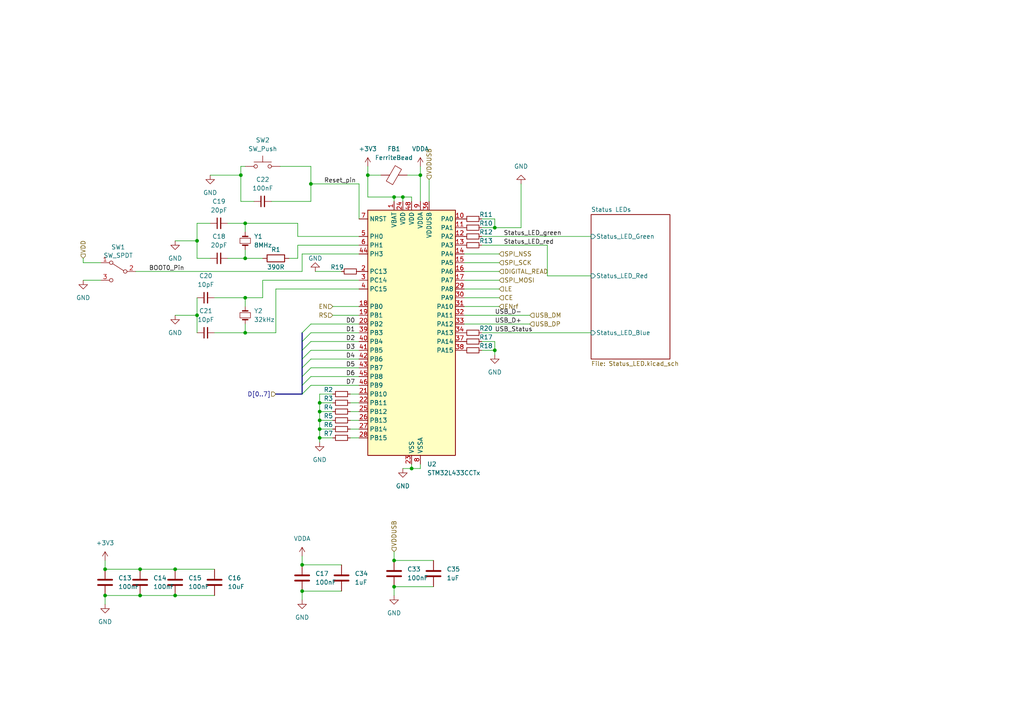
<source format=kicad_sch>
(kicad_sch (version 20230121) (generator eeschema)
  (paper "A4")
  (lib_symbols
    (symbol "Device:C" (pin_numbers hide) (pin_names (offset 0.254))
      (property "Reference" "C" (at 0.635 2.54 0))
      (property "Value" "C" (at 0.635 -2.54 0))
      (symbol "C_0_1"
        (polyline (pts (xy -2.032 -0.762) (xy 2.032 -0.762)) (stroke (width 0.508)))
        (polyline (pts (xy -2.032 0.762) (xy 2.032 0.762)) (stroke (width 0.508)))
      )
      (symbol "C_1_1"
        (pin passive line (at 0 3.81 270) (length 2.794) (name "~") (number "1"))
        (pin passive line (at 0 -3.81 90) (length 2.794) (name "~") (number "2"))
      )
    )
    (symbol "Device:C_Small" (pin_numbers hide) (pin_names (offset 0.254) hide)
      (property "Reference" "C" (at 0.254 1.778 0))
      (property "Value" "C_Small" (at 0.254 -2.032 0))
      (symbol "C_Small_0_1"
        (polyline (pts (xy -1.524 -0.508) (xy 1.524 -0.508)) (stroke (width 0.3302)))
        (polyline (pts (xy -1.524 0.508) (xy 1.524 0.508)) (stroke (width 0.3048)))
      )
      (symbol "C_Small_1_1"
        (pin passive line (at 0 2.54 270) (length 2.032) (name "~") (number "1"))
        (pin passive line (at 0 -2.54 90) (length 2.032) (name "~") (number "2"))
      )
    )
    (symbol "Device:Crystal_Small" (pin_numbers hide) (pin_names (offset 1.016) hide)
      (property "Reference" "Y" (at 0 2.54 0))
      (property "Value" "Crystal_Small" (at 0 -2.54 0))
      (symbol "Crystal_Small_0_1"
        (rectangle (start -0.762 -1.524) (end 0.762 1.524))
        (polyline (pts (xy -1.27 -0.762) (xy -1.27 0.762)) (stroke (width 0.381)))
        (polyline (pts (xy 1.27 -0.762) (xy 1.27 0.762)) (stroke (width 0.381)))
      )
      (symbol "Crystal_Small_1_1"
        (pin passive line (at -2.54 0 0) (length 1.27) (name "1") (number "1"))
        (pin passive line (at 2.54 0 180) (length 1.27) (name "2") (number "2"))
      )
    )
    (symbol "Device:FerriteBead" (pin_numbers hide) (pin_names (offset 0))
      (property "Reference" "FB" (at -3.81 0.635 90))
      (property "Value" "FerriteBead" (at 3.81 0 90))
      (symbol "FerriteBead_0_1"
        (polyline (pts (xy 0 -1.27) (xy 0 -1.2192)))
        (polyline (pts (xy 0 1.27) (xy 0 1.2954)))
        (polyline (pts (xy -2.7686 0.4064) (xy -1.7018 2.2606) (xy 2.7686 -0.3048) (xy 1.6764 -2.159) (xy -2.7686 0.4064)))
      )
      (symbol "FerriteBead_1_1"
        (pin passive line (at 0 3.81 270) (length 2.54) (name "~") (number "1"))
        (pin passive line (at 0 -3.81 90) (length 2.54) (name "~") (number "2"))
      )
    )
    (symbol "Device:R" (pin_numbers hide) (pin_names (offset 0))
      (property "Reference" "R" (at 2.032 0 90))
      (property "Value" "R" (at 0 0 90))
      (symbol "R_0_1"
        (rectangle (start -1.016 -2.54) (end 1.016 2.54) (stroke (width 0.254)))
      )
      (symbol "R_1_1"
        (pin passive line (at 0 3.81 270) (length 1.27) (name "~") (number "1"))
        (pin passive line (at 0 -3.81 90) (length 1.27) (name "~") (number "2"))
      )
    )
    (symbol "Device:R_Small" (pin_numbers hide) (pin_names (offset 0.254) hide)
      (property "Reference" "R" (at 0.762 0.508 0))
      (property "Value" "R_Small" (at 0.762 -1.016 0))
      (symbol "R_Small_0_1"
        (rectangle (start -0.762 1.778) (end 0.762 -1.778) (stroke (width 0.2032)))
      )
      (symbol "R_Small_1_1"
        (pin passive line (at 0 2.54 270) (length 0.762) (name "~") (number "1"))
        (pin passive line (at 0 -2.54 90) (length 0.762) (name "~") (number "2"))
      )
    )
    (symbol "MCU_ST_STM32L4:STM32L433CCTx"
      (property "Reference" "U" (at -12.7 36.83 0))
      (property "Value" "STM32L433CCTx" (at 7.62 36.83 0))
      (symbol "STM32L433CCTx_0_1"
        (rectangle (start -12.7 -35.56) (end 12.7 35.56) (stroke (width 0.254)) (fill (type background)))
      )
      (symbol "STM32L433CCTx_1_1"
        (pin power_in line (at -5.08 38.1 270) (length 2.54) (name "VBAT") (number "1"))
        (pin bidirectional line (at 15.24 33.02 180) (length 2.54) (name "PA0") (number "10"))
        (pin bidirectional line (at 15.24 30.48 180) (length 2.54) (name "PA1") (number "11"))
        (pin bidirectional line (at 15.24 27.94 180) (length 2.54) (name "PA2") (number "12"))
        (pin bidirectional line (at 15.24 25.4 180) (length 2.54) (name "PA3") (number "13"))
        (pin bidirectional line (at 15.24 22.86 180) (length 2.54) (name "PA4") (number "14"))
        (pin bidirectional line (at 15.24 20.32 180) (length 2.54) (name "PA5") (number "15"))
        (pin bidirectional line (at 15.24 17.78 180) (length 2.54) (name "PA6") (number "16"))
        (pin bidirectional line (at 15.24 15.24 180) (length 2.54) (name "PA7") (number "17"))
        (pin bidirectional line (at -15.24 7.62 0) (length 2.54) (name "PB0") (number "18"))
        (pin bidirectional line (at -15.24 5.08 0) (length 2.54) (name "PB1") (number "19"))
        (pin bidirectional line (at -15.24 17.78 0) (length 2.54) (name "PC13") (number "2"))
        (pin bidirectional line (at -15.24 2.54 0) (length 2.54) (name "PB2") (number "20"))
        (pin bidirectional line (at -15.24 -17.78 0) (length 2.54) (name "PB10") (number "21"))
        (pin bidirectional line (at -15.24 -20.32 0) (length 2.54) (name "PB11") (number "22"))
        (pin power_in line (at 0 -38.1 90) (length 2.54) (name "VSS") (number "23"))
        (pin power_in line (at -2.54 38.1 270) (length 2.54) (name "VDD") (number "24"))
        (pin bidirectional line (at -15.24 -22.86 0) (length 2.54) (name "PB12") (number "25"))
        (pin bidirectional line (at -15.24 -25.4 0) (length 2.54) (name "PB13") (number "26"))
        (pin bidirectional line (at -15.24 -27.94 0) (length 2.54) (name "PB14") (number "27"))
        (pin bidirectional line (at -15.24 -30.48 0) (length 2.54) (name "PB15") (number "28"))
        (pin bidirectional line (at 15.24 12.7 180) (length 2.54) (name "PA8") (number "29"))
        (pin bidirectional line (at -15.24 15.24 0) (length 2.54) (name "PC14") (number "3"))
        (pin bidirectional line (at 15.24 10.16 180) (length 2.54) (name "PA9") (number "30"))
        (pin bidirectional line (at 15.24 7.62 180) (length 2.54) (name "PA10") (number "31"))
        (pin bidirectional line (at 15.24 5.08 180) (length 2.54) (name "PA11") (number "32"))
        (pin bidirectional line (at 15.24 2.54 180) (length 2.54) (name "PA12") (number "33"))
        (pin bidirectional line (at 15.24 0 180) (length 2.54) (name "PA13") (number "34"))
        (pin passive line (at 0 -38.1 90) (length 2.54) hide (name "VSS") (number "35"))
        (pin power_in line (at 5.08 38.1 270) (length 2.54) (name "VDDUSB") (number "36"))
        (pin bidirectional line (at 15.24 -2.54 180) (length 2.54) (name "PA14") (number "37"))
        (pin bidirectional line (at 15.24 -5.08 180) (length 2.54) (name "PA15") (number "38"))
        (pin bidirectional line (at -15.24 0 0) (length 2.54) (name "PB3") (number "39"))
        (pin bidirectional line (at -15.24 12.7 0) (length 2.54) (name "PC15") (number "4"))
        (pin bidirectional line (at -15.24 -2.54 0) (length 2.54) (name "PB4") (number "40"))
        (pin bidirectional line (at -15.24 -5.08 0) (length 2.54) (name "PB5") (number "41"))
        (pin bidirectional line (at -15.24 -7.62 0) (length 2.54) (name "PB6") (number "42"))
        (pin bidirectional line (at -15.24 -10.16 0) (length 2.54) (name "PB7") (number "43"))
        (pin bidirectional line (at -15.24 22.86 0) (length 2.54) (name "PH3") (number "44"))
        (pin bidirectional line (at -15.24 -12.7 0) (length 2.54) (name "PB8") (number "45"))
        (pin bidirectional line (at -15.24 -15.24 0) (length 2.54) (name "PB9") (number "46"))
        (pin passive line (at 0 -38.1 90) (length 2.54) hide (name "VSS") (number "47"))
        (pin power_in line (at 0 38.1 270) (length 2.54) (name "VDD") (number "48"))
        (pin bidirectional line (at -15.24 27.94 0) (length 2.54) (name "PH0") (number "5"))
        (pin bidirectional line (at -15.24 25.4 0) (length 2.54) (name "PH1") (number "6"))
        (pin input line (at -15.24 33.02 0) (length 2.54) (name "NRST") (number "7"))
        (pin power_in line (at 2.54 -38.1 90) (length 2.54) (name "VSSA") (number "8"))
        (pin power_in line (at 2.54 38.1 270) (length 2.54) (name "VDDA") (number "9"))
      )
    )
    (symbol "Switch:SW_Push" (pin_numbers hide) (pin_names (offset 1.016) hide)
      (property "Reference" "SW" (at 1.27 2.54 0))
      (property "Value" "SW_Push" (at 0 -1.524 0))
      (symbol "SW_Push_0_1"
        (circle (center -2.032 0) (radius 0.508))
        (polyline (pts (xy 0 1.27) (xy 0 3.048)))
        (polyline (pts (xy 2.54 1.27) (xy -2.54 1.27)))
        (circle (center 2.032 0) (radius 0.508))
        (pin passive line (at -5.08 0 0) (length 2.54) (name "1") (number "1"))
        (pin passive line (at 5.08 0 180) (length 2.54) (name "2") (number "2"))
      )
    )
    (symbol "Switch:SW_SPDT" (pin_names (offset 0) hide)
      (property "Reference" "SW" (at 0 4.318 0))
      (property "Value" "SW_SPDT" (at 0 -5.08 0))
      (symbol "SW_SPDT_0_0"
        (circle (center -2.032 0) (radius 0.508))
        (circle (center 2.032 -2.54) (radius 0.508))
      )
      (symbol "SW_SPDT_0_1"
        (polyline (pts (xy -1.524 0.254) (xy 1.651 2.286)))
        (circle (center 2.032 2.54) (radius 0.508))
      )
      (symbol "SW_SPDT_1_1"
        (pin passive line (at 5.08 2.54 180) (length 2.54) (name "A") (number "1"))
        (pin passive line (at -5.08 0 0) (length 2.54) (name "B") (number "2"))
        (pin passive line (at 5.08 -2.54 180) (length 2.54) (name "C") (number "3"))
      )
    )
    (symbol "power:+3V3" (power) (pin_names (offset 0))
      (property "Value" "+3V3" (at 0 3.556 0))
      (symbol "+3V3_0_1"
        (polyline (pts (xy -0.762 1.27) (xy 0 2.54)))
        (polyline (pts (xy 0 0) (xy 0 2.54)))
        (polyline (pts (xy 0 2.54) (xy 0.762 1.27)))
      )
      (symbol "+3V3_1_1"
        (pin power_in line (at 0 0 90) (length 0) hide (name "+3V3") (number "1"))
      )
    )
    (symbol "power:GND" (power) (pin_names (offset 0))
      (property "Value" "GND" (at 0 -3.81 0))
      (symbol "GND_0_1"
        (polyline (pts (xy 0 0) (xy 0 -1.27) (xy 1.27 -1.27) (xy 0 -2.54) (xy -1.27 -1.27) (xy 0 -1.27)))
      )
      (symbol "GND_1_1"
        (pin power_in line (at 0 0 270) (length 0) hide (name "GND") (number "1"))
      )
    )
    (symbol "power:VDDA" (power) (pin_names (offset 0))
      (property "Value" "VDDA" (at 0 3.81 0))
      (symbol "VDDA_0_1"
        (polyline (pts (xy -0.762 1.27) (xy 0 2.54)))
        (polyline (pts (xy 0 0) (xy 0 2.54)))
        (polyline (pts (xy 0 2.54) (xy 0.762 1.27)))
      )
      (symbol "VDDA_1_1"
        (pin power_in line (at 0 0 90) (length 0) hide (name "VDDA") (number "1"))
      )
    )
  )
  (junction (at 114.3 57.15))
  (junction (at 40.64 165.1))
  (junction (at 92.71 121.92))
  (junction (at 121.92 50.8))
  (junction (at 71.12 74.93))
  (junction (at 90.17 53.34))
  (junction (at 57.15 91.44))
  (junction (at 92.71 116.84))
  (junction (at 71.12 86.36))
  (junction (at 50.8 165.1))
  (junction (at 69.85 50.8))
  (junction (at 116.84 57.15))
  (junction (at 87.63 171.45))
  (junction (at 143.51 66.04))
  (junction (at 114.3 170.18))
  (junction (at 114.3 162.56))
  (junction (at 30.48 165.1))
  (junction (at 40.64 172.72))
  (junction (at 57.15 69.85))
  (junction (at 87.63 163.83))
  (junction (at 143.51 101.6))
  (junction (at 92.71 119.38))
  (junction (at 92.71 124.46))
  (junction (at 92.71 127))
  (junction (at 71.12 64.77))
  (junction (at 71.12 96.52))
  (junction (at 119.38 135.89))
  (junction (at 106.68 50.8))
  (junction (at 50.8 172.72))
  (junction (at 30.48 172.72))
  (bus_entry (at 87.63 114.3) (size 2.54 -2.54))
  (bus_entry (at 87.63 101.6) (size 2.54 -2.54))
  (bus_entry (at 87.63 106.68) (size 2.54 -2.54))
  (bus_entry (at 87.63 96.52) (size 2.54 -2.54))
  (bus_entry (at 87.63 109.22) (size 2.54 -2.54))
  (bus_entry (at 87.63 104.14) (size 2.54 -2.54))
  (bus_entry (at 87.63 99.06) (size 2.54 -2.54))
  (bus_entry (at 87.63 111.76) (size 2.54 -2.54))
  (wire (pts (xy 143.51 66.04) (xy 151.13 66.04)))
  (wire (pts (xy 151.13 66.04) (xy 151.13 53.34)))
  (wire (pts (xy 50.8 91.44) (xy 57.15 91.44)))
  (wire (pts (xy 119.38 57.15) (xy 119.38 58.42)))
  (wire (pts (xy 134.62 91.44) (xy 153.67 91.44)))
  (wire (pts (xy 121.92 50.8) (xy 121.92 58.42)))
  (wire (pts (xy 90.17 96.52) (xy 104.14 96.52)))
  (wire (pts (xy 66.04 74.93) (xy 71.12 74.93)))
  (wire (pts (xy 69.85 50.8) (xy 69.85 58.42)))
  (wire (pts (xy 62.23 86.36) (xy 71.12 86.36)))
  (wire (pts (xy 106.68 57.15) (xy 114.3 57.15)))
  (wire (pts (xy 71.12 86.36) (xy 76.2 86.36)))
  (wire (pts (xy 24.13 81.28) (xy 29.21 81.28)))
  (wire (pts (xy 92.71 119.38) (xy 96.52 119.38)))
  (wire (pts (xy 87.63 78.74) (xy 87.63 73.66)))
  (wire (pts (xy 114.3 162.56) (xy 125.73 162.56)))
  (wire (pts (xy 90.17 109.22) (xy 104.14 109.22)))
  (wire (pts (xy 86.36 71.12) (xy 104.14 71.12)))
  (wire (pts (xy 143.51 102.87) (xy 143.51 101.6)))
  (wire (pts (xy 144.78 83.82) (xy 134.62 83.82)))
  (wire (pts (xy 92.71 121.92) (xy 92.71 124.46)))
  (wire (pts (xy 139.7 96.52) (xy 171.45 96.52)))
  (bus (pts (xy 87.63 111.76) (xy 87.63 114.3)))
  (wire (pts (xy 114.3 57.15) (xy 114.3 58.42)))
  (wire (pts (xy 134.62 78.74) (xy 144.78 78.74)))
  (wire (pts (xy 134.62 93.98) (xy 153.67 93.98)))
  (wire (pts (xy 62.23 96.52) (xy 71.12 96.52)))
  (wire (pts (xy 106.68 50.8) (xy 110.49 50.8)))
  (wire (pts (xy 87.63 163.83) (xy 99.06 163.83)))
  (wire (pts (xy 90.17 53.34) (xy 104.14 53.34)))
  (wire (pts (xy 106.68 48.26) (xy 106.68 50.8)))
  (wire (pts (xy 92.71 127) (xy 96.52 127)))
  (bus (pts (xy 80.01 114.3) (xy 87.63 114.3)))
  (wire (pts (xy 87.63 163.83) (xy 87.63 161.29)))
  (wire (pts (xy 73.66 58.42) (xy 69.85 58.42)))
  (wire (pts (xy 81.28 48.26) (xy 90.17 48.26)))
  (wire (pts (xy 99.06 78.74) (xy 91.44 78.74)))
  (wire (pts (xy 116.84 57.15) (xy 116.84 58.42)))
  (wire (pts (xy 57.15 64.77) (xy 57.15 69.85)))
  (wire (pts (xy 101.6 114.3) (xy 104.14 114.3)))
  (wire (pts (xy 121.92 134.62) (xy 121.92 135.89)))
  (wire (pts (xy 106.68 50.8) (xy 106.68 57.15)))
  (wire (pts (xy 71.12 93.98) (xy 71.12 96.52)))
  (wire (pts (xy 134.62 76.2) (xy 144.78 76.2)))
  (wire (pts (xy 76.2 86.36) (xy 76.2 81.28)))
  (wire (pts (xy 92.71 116.84) (xy 96.52 116.84)))
  (wire (pts (xy 96.52 91.44) (xy 104.14 91.44)))
  (wire (pts (xy 57.15 96.52) (xy 57.15 91.44)))
  (wire (pts (xy 50.8 172.72) (xy 62.23 172.72)))
  (wire (pts (xy 116.84 57.15) (xy 119.38 57.15)))
  (wire (pts (xy 86.36 68.58) (xy 104.14 68.58)))
  (wire (pts (xy 114.3 170.18) (xy 125.73 170.18)))
  (wire (pts (xy 118.11 50.8) (xy 121.92 50.8)))
  (wire (pts (xy 87.63 73.66) (xy 104.14 73.66)))
  (wire (pts (xy 71.12 86.36) (xy 71.12 88.9)))
  (bus (pts (xy 87.63 106.68) (xy 87.63 109.22)))
  (wire (pts (xy 69.85 48.26) (xy 69.85 50.8)))
  (wire (pts (xy 143.51 66.04) (xy 139.7 66.04)))
  (wire (pts (xy 92.71 119.38) (xy 92.71 121.92)))
  (wire (pts (xy 119.38 135.89) (xy 119.38 134.62)))
  (wire (pts (xy 30.48 172.72) (xy 30.48 175.26)))
  (wire (pts (xy 104.14 63.5) (xy 104.14 53.34)))
  (wire (pts (xy 90.17 93.98) (xy 104.14 93.98)))
  (wire (pts (xy 114.3 172.72) (xy 114.3 170.18)))
  (wire (pts (xy 80.01 83.82) (xy 80.01 96.52)))
  (wire (pts (xy 101.6 116.84) (xy 104.14 116.84)))
  (wire (pts (xy 114.3 57.15) (xy 116.84 57.15)))
  (wire (pts (xy 71.12 72.39) (xy 71.12 74.93)))
  (bus (pts (xy 87.63 104.14) (xy 87.63 106.68)))
  (wire (pts (xy 90.17 111.76) (xy 104.14 111.76)))
  (wire (pts (xy 144.78 86.36) (xy 134.62 86.36)))
  (wire (pts (xy 90.17 104.14) (xy 104.14 104.14)))
  (wire (pts (xy 101.6 119.38) (xy 104.14 119.38)))
  (wire (pts (xy 92.71 124.46) (xy 92.71 127)))
  (bus (pts (xy 87.63 96.52) (xy 87.63 99.06)))
  (wire (pts (xy 57.15 86.36) (xy 57.15 91.44)))
  (wire (pts (xy 24.13 76.2) (xy 24.13 74.93)))
  (wire (pts (xy 87.63 171.45) (xy 99.06 171.45)))
  (wire (pts (xy 101.6 121.92) (xy 104.14 121.92)))
  (wire (pts (xy 90.17 99.06) (xy 104.14 99.06)))
  (wire (pts (xy 158.75 80.01) (xy 171.45 80.01)))
  (wire (pts (xy 24.13 76.2) (xy 29.21 76.2)))
  (wire (pts (xy 66.04 64.77) (xy 71.12 64.77)))
  (wire (pts (xy 71.12 64.77) (xy 71.12 67.31)))
  (wire (pts (xy 143.51 66.04) (xy 143.51 63.5)))
  (wire (pts (xy 104.14 83.82) (xy 80.01 83.82)))
  (wire (pts (xy 39.37 78.74) (xy 87.63 78.74)))
  (wire (pts (xy 86.36 64.77) (xy 71.12 64.77)))
  (wire (pts (xy 90.17 101.6) (xy 104.14 101.6)))
  (wire (pts (xy 90.17 106.68) (xy 104.14 106.68)))
  (wire (pts (xy 121.92 135.89) (xy 119.38 135.89)))
  (wire (pts (xy 101.6 124.46) (xy 104.14 124.46)))
  (wire (pts (xy 101.6 127) (xy 104.14 127)))
  (wire (pts (xy 86.36 68.58) (xy 86.36 64.77)))
  (wire (pts (xy 92.71 128.27) (xy 92.71 127)))
  (wire (pts (xy 69.85 50.8) (xy 60.96 50.8)))
  (wire (pts (xy 69.85 48.26) (xy 71.12 48.26)))
  (wire (pts (xy 139.7 68.58) (xy 171.45 68.58)))
  (wire (pts (xy 114.3 162.56) (xy 114.3 160.02)))
  (wire (pts (xy 134.62 73.66) (xy 144.78 73.66)))
  (wire (pts (xy 30.48 165.1) (xy 30.48 162.56)))
  (wire (pts (xy 139.7 71.12) (xy 158.75 71.12)))
  (bus (pts (xy 87.63 101.6) (xy 87.63 104.14)))
  (wire (pts (xy 96.52 88.9) (xy 104.14 88.9)))
  (wire (pts (xy 139.7 101.6) (xy 143.51 101.6)))
  (wire (pts (xy 90.17 53.34) (xy 90.17 58.42)))
  (wire (pts (xy 92.71 114.3) (xy 92.71 116.84)))
  (wire (pts (xy 83.82 74.93) (xy 86.36 74.93)))
  (bus (pts (xy 87.63 109.22) (xy 87.63 111.76)))
  (wire (pts (xy 30.48 172.72) (xy 40.64 172.72)))
  (wire (pts (xy 144.78 81.28) (xy 134.62 81.28)))
  (wire (pts (xy 57.15 64.77) (xy 60.96 64.77)))
  (wire (pts (xy 76.2 81.28) (xy 104.14 81.28)))
  (wire (pts (xy 40.64 165.1) (xy 50.8 165.1)))
  (wire (pts (xy 116.84 135.89) (xy 119.38 135.89)))
  (wire (pts (xy 50.8 165.1) (xy 62.23 165.1)))
  (wire (pts (xy 92.71 121.92) (xy 96.52 121.92)))
  (wire (pts (xy 30.48 165.1) (xy 40.64 165.1)))
  (wire (pts (xy 143.51 63.5) (xy 139.7 63.5)))
  (wire (pts (xy 158.75 71.12) (xy 158.75 80.01)))
  (wire (pts (xy 87.63 173.99) (xy 87.63 171.45)))
  (wire (pts (xy 57.15 74.93) (xy 57.15 69.85)))
  (wire (pts (xy 78.74 58.42) (xy 90.17 58.42)))
  (wire (pts (xy 50.8 69.85) (xy 57.15 69.85)))
  (wire (pts (xy 71.12 74.93) (xy 76.2 74.93)))
  (wire (pts (xy 40.64 172.72) (xy 50.8 172.72)))
  (wire (pts (xy 124.46 52.07) (xy 124.46 58.42)))
  (wire (pts (xy 57.15 74.93) (xy 60.96 74.93)))
  (wire (pts (xy 121.92 48.26) (xy 121.92 50.8)))
  (wire (pts (xy 86.36 74.93) (xy 86.36 71.12)))
  (wire (pts (xy 143.51 101.6) (xy 143.51 99.06)))
  (wire (pts (xy 92.71 116.84) (xy 92.71 119.38)))
  (wire (pts (xy 92.71 114.3) (xy 96.52 114.3)))
  (wire (pts (xy 92.71 124.46) (xy 96.52 124.46)))
  (bus (pts (xy 87.63 99.06) (xy 87.63 101.6)))
  (wire (pts (xy 90.17 53.34) (xy 90.17 48.26)))
  (wire (pts (xy 144.78 88.9) (xy 134.62 88.9)))
  (wire (pts (xy 80.01 96.52) (xy 71.12 96.52)))
  (wire (pts (xy 143.51 99.06) (xy 139.7 99.06)))
  (label "BOOT0_Pin" (at 43.18 78.74 0))
  (label "USB_D-" (at 143.51 91.44 0))
  (label "D0" (at 100.33 93.98 0))
  (label "D6" (at 100.33 109.22 0))
  (label "D5" (at 100.33 106.68 0))
  (label "Status_LED_green" (at 146.05 68.58 0))
  (label "D3" (at 100.33 101.6 0))
  (label "D4" (at 100.33 104.14 0))
  (label "USB_Status" (at 143.51 96.52 0))
  (label "D1" (at 100.33 96.52 0))
  (label "Status_LED_red" (at 146.05 71.12 0))
  (label "Reset_pin" (at 93.98 53.34 0))
  (label "D7" (at 100.33 111.76 0))
  (label "D2" (at 100.33 99.06 0))
  (label "USB_D+" (at 143.51 93.98 0))
  (hierarchical_label "DIGITAL_READ" (shape input) (at 144.78 78.74 0))
  (hierarchical_label "USB_DP" (shape input) (at 153.67 93.98 0))
  (hierarchical_label "D[0..7]" (shape input) (at 80.01 114.3 180))
  (hierarchical_label "EN" (shape input) (at 96.52 88.9 180))
  (hierarchical_label "VDDUSB" (shape input) (at 114.3 160.02 90))
  (hierarchical_label "ENrf" (shape input) (at 144.78 88.9 0))
  (hierarchical_label "CE" (shape input) (at 144.78 86.36 0))
  (hierarchical_label "LE" (shape input) (at 144.78 83.82 0))
  (hierarchical_label "SPI_NSS" (shape input) (at 144.78 73.66 0))
  (hierarchical_label "RS" (shape input) (at 96.52 91.44 180))
  (hierarchical_label "VDD" (shape input) (at 24.13 74.93 90))
  (hierarchical_label "USB_DM" (shape input) (at 153.67 91.44 0))
  (hierarchical_label "SPI_MOSI" (shape input) (at 144.78 81.28 0))
  (hierarchical_label "SPI_SCK" (shape input) (at 144.78 76.2 0))
  (hierarchical_label "VDDUSB" (shape input) (at 124.46 52.07 90))
  (symbol (lib_id "Device:C_Small") (at 63.5 64.77 90) (unit 1)
    (property "Reference" "C19" (at 63.5063 58.42 90))
    (property "Value" "20pF" (at 63.5063 60.96 90))
    (property "Footprint" "Capacitor_SMD:C_0603_1608Metric_Pad1.08x0.95mm_HandSolder" (effects hide))
  )
  (symbol (lib_id "Device:C_Small") (at 63.5 74.93 90) (unit 1)
    (property "Reference" "C18" (at 63.5063 68.58 90))
    (property "Value" "20pF" (at 63.5063 71.12 90))
    (property "Footprint" "Capacitor_SMD:C_0603_1608Metric_Pad1.08x0.95mm_HandSolder" (effects hide))
  )
  (symbol (lib_id "power:VDDA") (at 87.63 161.29 0) (unit 1)
    (property "Reference" "#PWR049" (effects hide))
    (property "Value" "VDDA" (at 87.63 156.21 0))
  )
  (symbol (lib_id "Device:C_Small") (at 59.69 96.52 90) (unit 1)
    (property "Reference" "C21" (at 59.6963 90.17 90))
    (property "Value" "10pF" (at 59.6963 92.71 90))
    (property "Footprint" "Capacitor_SMD:C_0603_1608Metric_Pad1.08x0.95mm_HandSolder" (effects hide))
  )
  (symbol (lib_id "Device:R_Small") (at 99.06 124.46 90) (unit 1)
    (property "Reference" "R6" (at 95.25 123.19 90))
    (property "Value" "10k" (effects hide))
    (property "Footprint" "Resistor_SMD:R_0603_1608Metric_Pad0.98x0.95mm_HandSolder" (effects hide))
  )
  (symbol (lib_id "Device:R_Small") (at 101.6 78.74 90) (unit 1)
    (property "Reference" "R19" (at 97.79 77.47 90))
    (property "Value" "10k" (effects hide))
    (property "Footprint" "Resistor_SMD:R_0603_1608Metric_Pad0.98x0.95mm_HandSolder" (effects hide))
  )
  (symbol (lib_id "Device:FerriteBead") (at 114.3 50.8 90) (unit 1)
    (property "Reference" "FB1" (at 114.2492 43.18 90))
    (property "Value" "FerriteBead" (at 114.2492 45.72 90))
    (property "Footprint" "Resistor_SMD:R_0603_1608Metric_Pad0.98x0.95mm_HandSolder" (effects hide))
  )
  (symbol (lib_id "power:VDDA") (at 121.92 48.26 0) (unit 1)
    (property "Reference" "#PWR048" (effects hide))
    (property "Value" "VDDA" (at 121.92 43.18 0))
  )
  (symbol (lib_id "Switch:SW_SPDT") (at 34.29 78.74 0) (mirror y) (unit 1)
    (property "Reference" "SW1" (at 34.29 71.6747 0))
    (property "Value" "SW_SPDT" (at 34.29 74.0989 0))
    (property "Footprint" "ADF5355:Toggle_switch_710X" (effects hide))
  )
  (symbol (lib_id "Device:C") (at 99.06 167.64 0) (unit 1)
    (property "Reference" "C34" (at 102.87 166.37 0) (effects (justify left)))
    (property "Value" "1uF" (at 102.87 168.91 0) (effects (justify left)))
    (property "Footprint" "Capacitor_SMD:C_0603_1608Metric_Pad1.08x0.95mm_HandSolder" (effects hide))
  )
  (symbol (lib_id "Device:R_Small") (at 99.06 127 90) (unit 1)
    (property "Reference" "R7" (at 95.25 125.73 90))
    (property "Value" "10k" (effects hide))
    (property "Footprint" "Resistor_SMD:R_0603_1608Metric_Pad0.98x0.95mm_HandSolder" (effects hide))
  )
  (symbol (lib_id "Device:R_Small") (at 137.16 63.5 270) (unit 1)
    (property "Reference" "R11" (at 140.97 62.23 90))
    (property "Value" "10k" (effects hide))
    (property "Footprint" "Resistor_SMD:R_0603_1608Metric_Pad0.98x0.95mm_HandSolder" (effects hide))
  )
  (symbol (lib_id "power:GND") (at 24.13 81.28 0) (unit 1)
    (property "Reference" "#PWR026" (effects hide))
    (property "Value" "GND" (at 24.13 86.36 0))
  )
  (symbol (lib_id "Device:R_Small") (at 137.16 96.52 270) (unit 1)
    (property "Reference" "R20" (at 140.97 95.25 90))
    (property "Value" "10k" (effects hide))
    (property "Footprint" "Resistor_SMD:R_0603_1608Metric_Pad0.98x0.95mm_HandSolder" (effects hide))
  )
  (symbol (lib_id "Device:R_Small") (at 137.16 71.12 270) (unit 1)
    (property "Reference" "R13" (at 140.97 69.85 90))
    (property "Value" "10k" (effects hide))
    (property "Footprint" "Resistor_SMD:R_0603_1608Metric_Pad0.98x0.95mm_HandSolder" (effects hide))
  )
  (symbol (lib_id "Device:C_Small") (at 76.2 58.42 90) (unit 1)
    (property "Reference" "C22" (at 76.2063 52.07 90))
    (property "Value" "100nF" (at 76.2063 54.61 90))
    (property "Footprint" "Capacitor_SMD:C_0603_1608Metric_Pad1.08x0.95mm_HandSolder" (effects hide))
  )
  (symbol (lib_id "power:GND") (at 30.48 175.26 0) (unit 1)
    (property "Reference" "#PWR09" (effects hide))
    (property "Value" "GND" (at 30.48 180.34 0))
  )
  (symbol (lib_id "Device:C") (at 50.8 168.91 0) (unit 1)
    (property "Reference" "C15" (at 54.61 167.64 0) (effects (justify left)))
    (property "Value" "100nF" (at 54.61 170.18 0) (effects (justify left)))
    (property "Footprint" "Capacitor_SMD:C_0603_1608Metric_Pad1.08x0.95mm_HandSolder" (effects hide))
  )
  (symbol (lib_id "power:GND") (at 114.3 172.72 0) (unit 1)
    (property "Reference" "#PWR050" (effects hide))
    (property "Value" "GND" (at 114.3 177.8 0))
  )
  (symbol (lib_id "Device:R") (at 80.01 74.93 90) (unit 1)
    (property "Reference" "R1" (at 80.01 72.39 90))
    (property "Value" "390R" (at 80.01 77.47 90))
    (property "Footprint" "Resistor_SMD:R_0603_1608Metric_Pad0.98x0.95mm_HandSolder" (effects hide))
  )
  (symbol (lib_id "Device:C") (at 87.63 167.64 0) (unit 1)
    (property "Reference" "C17" (at 91.44 166.37 0) (effects (justify left)))
    (property "Value" "100nF" (at 91.44 168.91 0) (effects (justify left)))
    (property "Footprint" "Capacitor_SMD:C_0603_1608Metric_Pad1.08x0.95mm_HandSolder" (effects hide))
  )
  (symbol (lib_id "Device:C") (at 62.23 168.91 0) (unit 1)
    (property "Reference" "C16" (at 66.04 167.64 0) (effects (justify left)))
    (property "Value" "10uF" (at 66.04 170.18 0) (effects (justify left)))
    (property "Footprint" "Capacitor_SMD:C_0603_1608Metric_Pad1.08x0.95mm_HandSolder" (effects hide))
  )
  (symbol (lib_id "Device:C") (at 114.3 166.37 0) (unit 1)
    (property "Reference" "C33" (at 118.11 165.1 0) (effects (justify left)))
    (property "Value" "100nF" (at 118.11 167.64 0) (effects (justify left)))
    (property "Footprint" "Capacitor_SMD:C_0603_1608Metric_Pad1.08x0.95mm_HandSolder" (effects hide))
  )
  (symbol (lib_id "Device:Crystal_Small") (at 71.12 91.44 270) (unit 1)
    (property "Reference" "Y2" (at 73.66 90.17 90) (effects (justify left)))
    (property "Value" "32kHz" (at 73.66 92.71 90) (effects (justify left)))
    (property "Footprint" "Crystal:Crystal_Round_D3.0mm_Vertical" (effects hide))
  )
  (symbol (lib_id "Device:C") (at 40.64 168.91 0) (unit 1)
    (property "Reference" "C14" (at 44.45 167.64 0) (effects (justify left)))
    (property "Value" "100nF" (at 44.45 170.18 0) (effects (justify left)))
    (property "Footprint" "Capacitor_SMD:C_0603_1608Metric_Pad1.08x0.95mm_HandSolder" (effects hide))
  )
  (symbol (lib_id "Device:R_Small") (at 137.16 66.04 270) (unit 1)
    (property "Reference" "R10" (at 140.97 64.77 90))
    (property "Value" "10k" (effects hide))
    (property "Footprint" "Resistor_SMD:R_0603_1608Metric_Pad0.98x0.95mm_HandSolder" (effects hide))
  )
  (symbol (lib_id "power:GND") (at 116.84 135.89 0) (unit 1)
    (property "Reference" "#PWR017" (effects hide))
    (property "Value" "GND" (at 116.84 140.97 0))
  )
  (symbol (lib_id "Device:R_Small") (at 99.06 119.38 90) (unit 1)
    (property "Reference" "R4" (at 95.25 118.11 90))
    (property "Value" "10k" (effects hide))
    (property "Footprint" "Resistor_SMD:R_0603_1608Metric_Pad0.98x0.95mm_HandSolder" (effects hide))
  )
  (symbol (lib_id "power:GND") (at 151.13 53.34 180) (unit 1)
    (property "Reference" "#PWR028" (effects hide))
    (property "Value" "GND" (at 151.13 48.26 0))
  )
  (symbol (lib_id "power:GND") (at 50.8 91.44 0) (unit 1)
    (property "Reference" "#PWR022" (effects hide))
    (property "Value" "GND" (at 50.8 96.52 0))
  )
  (symbol (lib_id "Device:R_Small") (at 137.16 68.58 270) (unit 1)
    (property "Reference" "R12" (at 140.97 67.31 90))
    (property "Value" "10k" (effects hide))
    (property "Footprint" "Resistor_SMD:R_0603_1608Metric_Pad0.98x0.95mm_HandSolder" (effects hide))
  )
  (symbol (lib_id "Device:R_Small") (at 137.16 99.06 270) (mirror x) (unit 1)
    (property "Reference" "R17" (at 140.97 97.79 90))
    (property "Value" "10k" (effects hide))
    (property "Footprint" "Resistor_SMD:R_0603_1608Metric_Pad0.98x0.95mm_HandSolder" (effects hide))
  )
  (symbol (lib_id "Device:R_Small") (at 99.06 116.84 90) (unit 1)
    (property "Reference" "R3" (at 95.25 115.57 90))
    (property "Value" "10k" (effects hide))
    (property "Footprint" "Resistor_SMD:R_0603_1608Metric_Pad0.98x0.95mm_HandSolder" (effects hide))
  )
  (symbol (lib_id "Device:R_Small") (at 99.06 114.3 90) (unit 1)
    (property "Reference" "R2" (at 95.25 113.03 90))
    (property "Value" "10k" (effects hide))
    (property "Footprint" "Resistor_SMD:R_0603_1608Metric_Pad0.98x0.95mm_HandSolder" (effects hide))
  )
  (symbol (lib_id "power:GND") (at 92.71 128.27 0) (unit 1)
    (property "Reference" "#PWR024" (effects hide))
    (property "Value" "GND" (at 92.71 133.35 0))
  )
  (symbol (lib_id "power:GND") (at 143.51 102.87 0) (mirror y) (unit 1)
    (property "Reference" "#PWR031" (effects hide))
    (property "Value" "GND" (at 143.51 107.95 0))
  )
  (symbol (lib_id "power:+3V3") (at 106.68 48.26 0) (unit 1)
    (property "Reference" "#PWR041" (effects hide))
    (property "Value" "+3V3" (at 106.68 43.18 0))
  )
  (symbol (lib_id "power:GND") (at 60.96 50.8 0) (unit 1)
    (property "Reference" "#PWR023" (effects hide))
    (property "Value" "GND" (at 60.96 55.88 0))
  )
  (symbol (lib_id "Device:Crystal_Small") (at 71.12 69.85 270) (unit 1)
    (property "Reference" "Y1" (at 73.66 68.58 90) (effects (justify left)))
    (property "Value" "8MHz" (at 73.66 71.12 90) (effects (justify left)))
    (property "Footprint" "ADF5355:NX3225GD" (effects hide))
  )
  (symbol (lib_id "power:GND") (at 50.8 69.85 0) (unit 1)
    (property "Reference" "#PWR020" (effects hide))
    (property "Value" "GND" (at 50.8 74.93 0))
  )
  (symbol (lib_id "Device:C") (at 30.48 168.91 0) (unit 1)
    (property "Reference" "C13" (at 34.29 167.64 0) (effects (justify left)))
    (property "Value" "100nF" (at 34.29 170.18 0) (effects (justify left)))
    (property "Footprint" "Capacitor_SMD:C_0603_1608Metric_Pad1.08x0.95mm_HandSolder" (effects hide))
  )
  (symbol (lib_id "Device:R_Small") (at 137.16 101.6 270) (mirror x) (unit 1)
    (property "Reference" "R18" (at 140.97 100.33 90))
    (property "Value" "10k" (effects hide))
    (property "Footprint" "Resistor_SMD:R_0603_1608Metric_Pad0.98x0.95mm_HandSolder" (effects hide))
  )
  (symbol (lib_id "Device:C_Small") (at 59.69 86.36 90) (unit 1)
    (property "Reference" "C20" (at 59.6963 80.01 90))
    (property "Value" "10pF" (at 59.6963 82.55 90))
    (property "Footprint" "Capacitor_SMD:C_0603_1608Metric_Pad1.08x0.95mm_HandSolder" (effects hide))
  )
  (symbol (lib_id "MCU_ST_STM32L4:STM32L433CCTx") (at 119.38 96.52 0) (unit 1)
    (property "Reference" "U2" (at 123.8759 134.62 0) (effects (justify left)))
    (property "Value" "STM32L433CCTx" (at 123.8759 137.16 0) (effects (justify left)))
    (property "Footprint" "Package_QFP:LQFP-48_7x7mm_P0.5mm" (effects hide))
    (property "Datasheet" "https://www.st.com/resource/en/datasheet/stm32l433cc.pdf" (effects hide))
  )
  (symbol (lib_id "power:+3V3") (at 30.48 162.56 0) (unit 1)
    (property "Reference" "#PWR047" (effects hide))
    (property "Value" "+3V3" (at 30.48 157.48 0))
  )
  (symbol (lib_id "Device:R_Small") (at 99.06 121.92 90) (unit 1)
    (property "Reference" "R5" (at 95.25 120.65 90))
    (property "Value" "10k" (effects hide))
    (property "Footprint" "Resistor_SMD:R_0603_1608Metric_Pad0.98x0.95mm_HandSolder" (effects hide))
  )
  (symbol (lib_id "power:GND") (at 87.63 173.99 0) (unit 1)
    (property "Reference" "#PWR029" (effects hide))
    (property "Value" "GND" (at 87.63 179.07 0))
  )
  (symbol (lib_id "Device:C") (at 125.73 166.37 0) (unit 1)
    (property "Reference" "C35" (at 129.54 165.1 0) (effects (justify left)))
    (property "Value" "1uF" (at 129.54 167.64 0) (effects (justify left)))
    (property "Footprint" "Capacitor_SMD:C_0603_1608Metric_Pad1.08x0.95mm_HandSolder" (effects hide))
  )
  (symbol (lib_id "Switch:SW_Push") (at 76.2 48.26 0) (unit 1)
    (property "Reference" "SW2" (at 76.2 40.64 0))
    (property "Value" "SW_Push" (at 76.2 43.18 0))
    (property "Footprint" "ADF5355:WS_TASV_SMT_Switch" (effects hide))
  )
  (symbol (lib_id "power:GND") (at 91.44 78.74 180) (unit 1)
    (property "Reference" "#PWR032" (effects hide))
    (property "Value" "GND" (at 91.44 74.93 0))
  )
  (sheet (at 171.45 62.23) (size 22.86 41.91) (stroke (width 0.1524))
    (property "Sheetname" "Status LEDs" (at 171.45 61.5184 0) (effects (justify left bottom)))
    (property "Sheetfile" "Status_LED.kicad_sch" (at 171.45 104.7246 0) (effects (justify left top)))
    (pin "Status_LED_Green" input (at 171.45 68.58 180))
    (pin "Status_LED_Red" input (at 171.45 80.01 180))
    (pin "Status_LED_Blue" input (at 171.45 96.52 180))
  )
)
</source>
